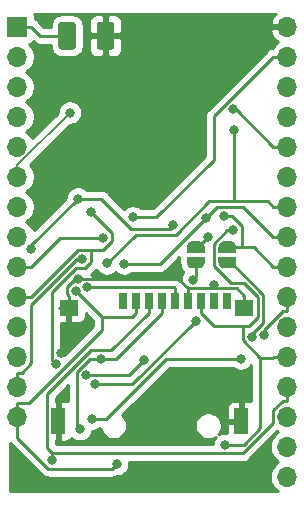
<source format=gbl>
G04 #@! TF.GenerationSoftware,KiCad,Pcbnew,(5.1.10)-1*
G04 #@! TF.CreationDate,2021-11-12T09:01:22+01:00*
G04 #@! TF.ProjectId,esp32,65737033-322e-46b6-9963-61645f706362,rev?*
G04 #@! TF.SameCoordinates,Original*
G04 #@! TF.FileFunction,Copper,L2,Bot*
G04 #@! TF.FilePolarity,Positive*
%FSLAX46Y46*%
G04 Gerber Fmt 4.6, Leading zero omitted, Abs format (unit mm)*
G04 Created by KiCad (PCBNEW (5.1.10)-1) date 2021-11-12 09:01:22*
%MOMM*%
%LPD*%
G01*
G04 APERTURE LIST*
G04 #@! TA.AperFunction,SMDPad,CuDef*
%ADD10R,1.600000X1.400000*%
G04 #@! TD*
G04 #@! TA.AperFunction,SMDPad,CuDef*
%ADD11R,1.200000X2.200000*%
G04 #@! TD*
G04 #@! TA.AperFunction,SMDPad,CuDef*
%ADD12R,0.700000X1.400000*%
G04 #@! TD*
G04 #@! TA.AperFunction,ComponentPad*
%ADD13R,1.700000X1.700000*%
G04 #@! TD*
G04 #@! TA.AperFunction,ComponentPad*
%ADD14O,1.700000X1.700000*%
G04 #@! TD*
G04 #@! TA.AperFunction,SMDPad,CuDef*
%ADD15C,0.100000*%
G04 #@! TD*
G04 #@! TA.AperFunction,ViaPad*
%ADD16C,0.800000*%
G04 #@! TD*
G04 #@! TA.AperFunction,Conductor*
%ADD17C,0.200000*%
G04 #@! TD*
G04 #@! TA.AperFunction,Conductor*
%ADD18C,0.250000*%
G04 #@! TD*
G04 #@! TA.AperFunction,Conductor*
%ADD19C,0.254000*%
G04 #@! TD*
G04 #@! TA.AperFunction,Conductor*
%ADD20C,0.100000*%
G04 #@! TD*
G04 APERTURE END LIST*
D10*
X105565000Y-89822000D03*
D11*
X105315000Y-99422000D03*
X89815000Y-99422000D03*
D10*
X90715000Y-89822000D03*
D12*
X104115000Y-89222000D03*
X103015000Y-89222000D03*
X101915000Y-89222000D03*
X100815000Y-89222000D03*
X99715000Y-89222000D03*
X98615000Y-89222000D03*
X97515000Y-89222000D03*
X96415000Y-89222000D03*
X95315000Y-89222000D03*
D13*
X86360000Y-66040000D03*
D14*
X86360000Y-68580000D03*
X86360000Y-71120000D03*
X86360000Y-73660000D03*
X86360000Y-76200000D03*
X86360000Y-78740000D03*
X86360000Y-81280000D03*
X86360000Y-83820000D03*
X86360000Y-86360000D03*
X86360000Y-88900000D03*
X86360000Y-91440000D03*
X86360000Y-93980000D03*
X86360000Y-96520000D03*
X86360000Y-99060000D03*
X109220000Y-104140000D03*
X109220000Y-101600000D03*
X109220000Y-99060000D03*
X109220000Y-96520000D03*
X109220000Y-93980000D03*
X109220000Y-91440000D03*
X109220000Y-88900000D03*
X109220000Y-86360000D03*
X109220000Y-83820000D03*
X109220000Y-81280000D03*
X109220000Y-78740000D03*
X109220000Y-76200000D03*
X109220000Y-73660000D03*
X109220000Y-71120000D03*
X109220000Y-68580000D03*
X109220000Y-66040000D03*
G04 #@! TA.AperFunction,SMDPad,CuDef*
D15*
G36*
X103390602Y-84694000D02*
G01*
X103390602Y-84669466D01*
X103395412Y-84620635D01*
X103404984Y-84572510D01*
X103419228Y-84525555D01*
X103438005Y-84480222D01*
X103461136Y-84436949D01*
X103488396Y-84396150D01*
X103519524Y-84358221D01*
X103554221Y-84323524D01*
X103592150Y-84292396D01*
X103632949Y-84265136D01*
X103676222Y-84242005D01*
X103721555Y-84223228D01*
X103768510Y-84208984D01*
X103816635Y-84199412D01*
X103865466Y-84194602D01*
X103890000Y-84194602D01*
X103890000Y-84194000D01*
X104390000Y-84194000D01*
X104390000Y-84194602D01*
X104414534Y-84194602D01*
X104463365Y-84199412D01*
X104511490Y-84208984D01*
X104558445Y-84223228D01*
X104603778Y-84242005D01*
X104647051Y-84265136D01*
X104687850Y-84292396D01*
X104725779Y-84323524D01*
X104760476Y-84358221D01*
X104791604Y-84396150D01*
X104818864Y-84436949D01*
X104841995Y-84480222D01*
X104860772Y-84525555D01*
X104875016Y-84572510D01*
X104884588Y-84620635D01*
X104889398Y-84669466D01*
X104889398Y-84694000D01*
X104890000Y-84694000D01*
X104890000Y-85194000D01*
X103390000Y-85194000D01*
X103390000Y-84694000D01*
X103390602Y-84694000D01*
G37*
G04 #@! TD.AperFunction*
G04 #@! TA.AperFunction,SMDPad,CuDef*
G36*
X104890000Y-85494000D02*
G01*
X104890000Y-85994000D01*
X104889398Y-85994000D01*
X104889398Y-86018534D01*
X104884588Y-86067365D01*
X104875016Y-86115490D01*
X104860772Y-86162445D01*
X104841995Y-86207778D01*
X104818864Y-86251051D01*
X104791604Y-86291850D01*
X104760476Y-86329779D01*
X104725779Y-86364476D01*
X104687850Y-86395604D01*
X104647051Y-86422864D01*
X104603778Y-86445995D01*
X104558445Y-86464772D01*
X104511490Y-86479016D01*
X104463365Y-86488588D01*
X104414534Y-86493398D01*
X104390000Y-86493398D01*
X104390000Y-86494000D01*
X103890000Y-86494000D01*
X103890000Y-86493398D01*
X103865466Y-86493398D01*
X103816635Y-86488588D01*
X103768510Y-86479016D01*
X103721555Y-86464772D01*
X103676222Y-86445995D01*
X103632949Y-86422864D01*
X103592150Y-86395604D01*
X103554221Y-86364476D01*
X103519524Y-86329779D01*
X103488396Y-86291850D01*
X103461136Y-86251051D01*
X103438005Y-86207778D01*
X103419228Y-86162445D01*
X103404984Y-86115490D01*
X103395412Y-86067365D01*
X103390602Y-86018534D01*
X103390602Y-85994000D01*
X103390000Y-85994000D01*
X103390000Y-85494000D01*
X104890000Y-85494000D01*
G37*
G04 #@! TD.AperFunction*
G04 #@! TA.AperFunction,SMDPad,CuDef*
G36*
X102223000Y-85494000D02*
G01*
X102223000Y-85994000D01*
X102222398Y-85994000D01*
X102222398Y-86018534D01*
X102217588Y-86067365D01*
X102208016Y-86115490D01*
X102193772Y-86162445D01*
X102174995Y-86207778D01*
X102151864Y-86251051D01*
X102124604Y-86291850D01*
X102093476Y-86329779D01*
X102058779Y-86364476D01*
X102020850Y-86395604D01*
X101980051Y-86422864D01*
X101936778Y-86445995D01*
X101891445Y-86464772D01*
X101844490Y-86479016D01*
X101796365Y-86488588D01*
X101747534Y-86493398D01*
X101723000Y-86493398D01*
X101723000Y-86494000D01*
X101223000Y-86494000D01*
X101223000Y-86493398D01*
X101198466Y-86493398D01*
X101149635Y-86488588D01*
X101101510Y-86479016D01*
X101054555Y-86464772D01*
X101009222Y-86445995D01*
X100965949Y-86422864D01*
X100925150Y-86395604D01*
X100887221Y-86364476D01*
X100852524Y-86329779D01*
X100821396Y-86291850D01*
X100794136Y-86251051D01*
X100771005Y-86207778D01*
X100752228Y-86162445D01*
X100737984Y-86115490D01*
X100728412Y-86067365D01*
X100723602Y-86018534D01*
X100723602Y-85994000D01*
X100723000Y-85994000D01*
X100723000Y-85494000D01*
X102223000Y-85494000D01*
G37*
G04 #@! TD.AperFunction*
G04 #@! TA.AperFunction,SMDPad,CuDef*
G36*
X100723602Y-84694000D02*
G01*
X100723602Y-84669466D01*
X100728412Y-84620635D01*
X100737984Y-84572510D01*
X100752228Y-84525555D01*
X100771005Y-84480222D01*
X100794136Y-84436949D01*
X100821396Y-84396150D01*
X100852524Y-84358221D01*
X100887221Y-84323524D01*
X100925150Y-84292396D01*
X100965949Y-84265136D01*
X101009222Y-84242005D01*
X101054555Y-84223228D01*
X101101510Y-84208984D01*
X101149635Y-84199412D01*
X101198466Y-84194602D01*
X101223000Y-84194602D01*
X101223000Y-84194000D01*
X101723000Y-84194000D01*
X101723000Y-84194602D01*
X101747534Y-84194602D01*
X101796365Y-84199412D01*
X101844490Y-84208984D01*
X101891445Y-84223228D01*
X101936778Y-84242005D01*
X101980051Y-84265136D01*
X102020850Y-84292396D01*
X102058779Y-84323524D01*
X102093476Y-84358221D01*
X102124604Y-84396150D01*
X102151864Y-84436949D01*
X102174995Y-84480222D01*
X102193772Y-84525555D01*
X102208016Y-84572510D01*
X102217588Y-84620635D01*
X102222398Y-84669466D01*
X102222398Y-84694000D01*
X102223000Y-84694000D01*
X102223000Y-85194000D01*
X100723000Y-85194000D01*
X100723000Y-84694000D01*
X100723602Y-84694000D01*
G37*
G04 #@! TD.AperFunction*
G04 #@! TA.AperFunction,SMDPad,CuDef*
G36*
G01*
X89827000Y-67727000D02*
X89827000Y-65877000D01*
G75*
G02*
X90077000Y-65627000I250000J0D01*
G01*
X91077000Y-65627000D01*
G75*
G02*
X91327000Y-65877000I0J-250000D01*
G01*
X91327000Y-67727000D01*
G75*
G02*
X91077000Y-67977000I-250000J0D01*
G01*
X90077000Y-67977000D01*
G75*
G02*
X89827000Y-67727000I0J250000D01*
G01*
G37*
G04 #@! TD.AperFunction*
G04 #@! TA.AperFunction,SMDPad,CuDef*
G36*
G01*
X93077000Y-67727000D02*
X93077000Y-65877000D01*
G75*
G02*
X93327000Y-65627000I250000J0D01*
G01*
X94327000Y-65627000D01*
G75*
G02*
X94577000Y-65877000I0J-250000D01*
G01*
X94577000Y-67727000D01*
G75*
G02*
X94327000Y-67977000I-250000J0D01*
G01*
X93327000Y-67977000D01*
G75*
G02*
X93077000Y-67727000I0J250000D01*
G01*
G37*
G04 #@! TD.AperFunction*
D16*
X90801100Y-73313400D03*
X91816400Y-85731600D03*
X91672700Y-100114200D03*
X93407500Y-94154000D03*
X100965000Y-103759000D03*
X91483100Y-87355800D03*
X90092000Y-93657300D03*
X103012800Y-87910600D03*
X98625000Y-71982500D03*
X97707500Y-74735000D03*
X96790000Y-73817500D03*
X97707500Y-72900000D03*
X97707500Y-71065000D03*
X96790000Y-71982500D03*
X95872500Y-74735000D03*
X95872500Y-72900000D03*
X95872500Y-71065000D03*
X94955000Y-73817500D03*
X94955000Y-71982500D03*
X98625000Y-73817500D03*
X99255100Y-97696000D03*
X91186000Y-105029000D03*
X96520000Y-99568000D03*
X92303600Y-88083000D03*
X103946000Y-101428200D03*
X104661500Y-83272600D03*
X89326000Y-102699600D03*
X94816100Y-103049900D03*
X91301100Y-88385900D03*
X93635200Y-83885800D03*
X89603800Y-94588200D03*
X92623100Y-81705500D03*
X102300900Y-82269600D03*
X95414600Y-86096600D03*
X93936700Y-86075600D03*
X104683000Y-74822700D03*
X96139000Y-82169000D03*
X97122900Y-94243300D03*
X92217400Y-95563800D03*
X104659600Y-73033000D03*
X107223700Y-92175300D03*
X102475800Y-83861700D03*
X103824100Y-82035700D03*
X106203700Y-92286800D03*
X92704600Y-99207300D03*
X105283000Y-94138800D03*
X92909700Y-96317400D03*
X101218100Y-87459600D03*
X101473000Y-90932000D03*
X99564400Y-82821500D03*
X87553100Y-84893100D03*
X91496900Y-80590400D03*
D17*
X90801100Y-73313400D02*
X86449500Y-77665000D01*
X86449500Y-77665000D02*
X86360000Y-77665000D01*
X86360000Y-78740000D02*
X86360000Y-77665000D01*
D18*
X86360000Y-95344700D02*
X86727400Y-95344700D01*
X86727400Y-95344700D02*
X87535300Y-94536800D01*
X87535300Y-94536800D02*
X87535300Y-89635900D01*
X87535300Y-89635900D02*
X91439600Y-85731600D01*
X91439600Y-85731600D02*
X91816400Y-85731600D01*
X86360000Y-96520000D02*
X86360000Y-95344700D01*
X93407500Y-94154000D02*
X92542900Y-94154000D01*
X92542900Y-94154000D02*
X91443800Y-95253100D01*
X91443800Y-95253100D02*
X91443800Y-99885300D01*
X91443800Y-99885300D02*
X91672700Y-100114200D01*
X98615000Y-90247300D02*
X94708300Y-94154000D01*
X94708300Y-94154000D02*
X93407500Y-94154000D01*
X98615000Y-89222000D02*
X98615000Y-90247300D01*
X86360000Y-66040000D02*
X87535300Y-66040000D01*
X90577000Y-66802000D02*
X88297300Y-66802000D01*
X88297300Y-66802000D02*
X87535300Y-66040000D01*
X103012800Y-88196700D02*
X103012800Y-87910600D01*
X103012800Y-88196700D02*
X100815000Y-88196700D01*
X105565000Y-88796700D02*
X104965000Y-88196700D01*
X104965000Y-88196700D02*
X103012800Y-88196700D01*
X89815000Y-99422000D02*
X89815000Y-100847300D01*
X100815000Y-88196700D02*
X99974100Y-87355800D01*
X99974100Y-87355800D02*
X91483100Y-87355800D01*
X90275900Y-93473400D02*
X90092000Y-93657300D01*
X90275900Y-89822000D02*
X89903600Y-89822000D01*
X90715000Y-89822000D02*
X90275900Y-89822000D01*
X105315000Y-99422000D02*
X104300200Y-99422000D01*
X104300200Y-99422000D02*
X103732200Y-99990000D01*
X105565000Y-89822000D02*
X105565000Y-88796700D01*
X100815000Y-89222000D02*
X100815000Y-88196700D01*
X109220000Y-66040000D02*
X108044700Y-66040000D01*
X93827000Y-66802000D02*
X107282700Y-66802000D01*
X107282700Y-66802000D02*
X108044700Y-66040000D01*
X91258198Y-87355800D02*
X91483100Y-87355800D01*
X90551000Y-88062998D02*
X91258198Y-87355800D01*
X90551000Y-88708000D02*
X90551000Y-88062998D01*
X90715000Y-88872000D02*
X90551000Y-88708000D01*
X90715000Y-89822000D02*
X90715000Y-88872000D01*
X99715000Y-88196700D02*
X99601300Y-88083000D01*
X99601300Y-88083000D02*
X92303600Y-88083000D01*
X99715000Y-89222000D02*
X99715000Y-88196700D01*
X105444600Y-91386600D02*
X105444600Y-92564600D01*
X105444600Y-92564600D02*
X106932200Y-94052200D01*
X105444600Y-91386600D02*
X105970600Y-91386600D01*
X105970600Y-91386600D02*
X106728000Y-90629200D01*
X106728000Y-90629200D02*
X106728000Y-88955100D01*
X106728000Y-88955100D02*
X105519200Y-87746300D01*
X105519200Y-87746300D02*
X104442100Y-87746300D01*
X104442100Y-87746300D02*
X103013500Y-86317700D01*
X103013500Y-86317700D02*
X103013500Y-84398100D01*
X103013500Y-84398100D02*
X104139000Y-83272600D01*
X104139000Y-83272600D02*
X104661500Y-83272600D01*
X108044700Y-93980000D02*
X107972500Y-94052200D01*
X107972500Y-94052200D02*
X106932200Y-94052200D01*
X103946000Y-101428200D02*
X105538700Y-101428200D01*
X105538700Y-101428200D02*
X106932200Y-100034700D01*
X106932200Y-100034700D02*
X106932200Y-94052200D01*
X105444600Y-91386600D02*
X103054300Y-91386600D01*
X103054300Y-91386600D02*
X101915000Y-90247300D01*
X109220000Y-93980000D02*
X108044700Y-93980000D01*
X101915000Y-89222000D02*
X101915000Y-90247300D01*
X97515000Y-90247300D02*
X94333600Y-93428700D01*
X94333600Y-93428700D02*
X92579200Y-93428700D01*
X92579200Y-93428700D02*
X88868900Y-97139000D01*
X88868900Y-97139000D02*
X88868900Y-101696400D01*
X88868900Y-101696400D02*
X89326000Y-102153500D01*
X89326000Y-102699600D02*
X89326000Y-102153500D01*
X89326000Y-102153500D02*
X105450300Y-102153500D01*
X105450300Y-102153500D02*
X108044700Y-99559100D01*
X108044700Y-99559100D02*
X108044700Y-98503200D01*
X108044700Y-98503200D02*
X108852600Y-97695300D01*
X108852600Y-97695300D02*
X109220000Y-97695300D01*
X109220000Y-96520000D02*
X109220000Y-97695300D01*
X97515000Y-89222000D02*
X97515000Y-90247300D01*
X94816100Y-103049900D02*
X94418800Y-103447200D01*
X94418800Y-103447200D02*
X88984400Y-103447200D01*
X88984400Y-103447200D02*
X86360000Y-100822800D01*
X86360000Y-100822800D02*
X86360000Y-99060000D01*
X93545400Y-90630200D02*
X93545400Y-91684800D01*
X93545400Y-91684800D02*
X87345500Y-97884700D01*
X87345500Y-97884700D02*
X86360000Y-97884700D01*
X91301100Y-88385900D02*
X93545400Y-90630200D01*
X93545400Y-90630200D02*
X96032100Y-90630200D01*
X96032100Y-90630200D02*
X96415000Y-90247300D01*
X96415000Y-89222000D02*
X96415000Y-90247300D01*
X86360000Y-99060000D02*
X86360000Y-97884700D01*
X86360000Y-86360000D02*
X87535300Y-86360000D01*
X93635200Y-83885800D02*
X90009500Y-83885800D01*
X90009500Y-83885800D02*
X87535300Y-86360000D01*
X92581900Y-84964800D02*
X92581900Y-85991900D01*
X92581900Y-85991900D02*
X92116900Y-86456900D01*
X92116900Y-86456900D02*
X91352800Y-86456900D01*
X91352800Y-86456900D02*
X89339200Y-88470500D01*
X89339200Y-88470500D02*
X89339200Y-94323600D01*
X89339200Y-94323600D02*
X89603800Y-94588200D01*
X92581900Y-84964800D02*
X93586200Y-84964800D01*
X93586200Y-84964800D02*
X94399700Y-84151300D01*
X94399700Y-84151300D02*
X94399700Y-83482100D01*
X94399700Y-83482100D02*
X92623100Y-81705500D01*
X87535300Y-88900000D02*
X91470500Y-84964800D01*
X91470500Y-84964800D02*
X92581900Y-84964800D01*
X86360000Y-88900000D02*
X87535300Y-88900000D01*
X102300900Y-82269600D02*
X103290700Y-81279800D01*
X103290700Y-81279800D02*
X105504500Y-81279800D01*
X105504500Y-81279800D02*
X108044700Y-83820000D01*
X95414600Y-86096600D02*
X98473900Y-86096600D01*
X98473900Y-86096600D02*
X102300900Y-82269600D01*
X109220000Y-83820000D02*
X108044700Y-83820000D01*
X104683000Y-80829400D02*
X104683000Y-74822700D01*
X108044700Y-81280000D02*
X107594100Y-80829400D01*
X107594100Y-80829400D02*
X104683000Y-80829400D01*
X93936700Y-86075600D02*
X96368500Y-83643800D01*
X96368500Y-83643800D02*
X99804300Y-83643800D01*
X99804300Y-83643800D02*
X102618700Y-80829400D01*
X102618700Y-80829400D02*
X104683000Y-80829400D01*
X109220000Y-81280000D02*
X108044700Y-81280000D01*
X108044700Y-68580000D02*
X109220000Y-68580000D01*
X103012800Y-73611900D02*
X108044700Y-68580000D01*
X103012800Y-77278836D02*
X103012800Y-73611900D01*
X98122636Y-82169000D02*
X103012800Y-77278836D01*
X96139000Y-82169000D02*
X98122636Y-82169000D01*
X97122900Y-94243300D02*
X95802400Y-95563800D01*
X95802400Y-95563800D02*
X92217400Y-95563800D01*
X108044700Y-76200000D02*
X104877700Y-73033000D01*
X104877700Y-73033000D02*
X104659600Y-73033000D01*
X109220000Y-76200000D02*
X108044700Y-76200000D01*
X109220000Y-90075300D02*
X108852600Y-90075300D01*
X108852600Y-90075300D02*
X107223700Y-91704200D01*
X107223700Y-91704200D02*
X107223700Y-92175300D01*
X101473000Y-84694000D02*
X101643500Y-84694000D01*
X101643500Y-84694000D02*
X102475800Y-83861700D01*
X109220000Y-88900000D02*
X109220000Y-90075300D01*
X105398500Y-84694000D02*
X106378700Y-84694000D01*
X106378700Y-84694000D02*
X108044700Y-86360000D01*
X104140000Y-84694000D02*
X105398500Y-84694000D01*
X103824100Y-82035700D02*
X104530000Y-82035700D01*
X104530000Y-82035700D02*
X105398500Y-82904200D01*
X105398500Y-82904200D02*
X105398500Y-84694000D01*
X109220000Y-86360000D02*
X108044700Y-86360000D01*
X106203700Y-92286800D02*
X106203700Y-92087300D01*
X106203700Y-92087300D02*
X107183100Y-91107900D01*
X107183100Y-91107900D02*
X107183100Y-88745900D01*
X107183100Y-88745900D02*
X104431200Y-85994000D01*
X104431200Y-85994000D02*
X104140000Y-85994000D01*
X92704600Y-99207300D02*
X93887200Y-99207300D01*
X93887200Y-99207300D02*
X98955700Y-94138800D01*
X98955700Y-94138800D02*
X105283000Y-94138800D01*
X101473000Y-90932000D02*
X96087600Y-96317400D01*
X96087600Y-96317400D02*
X92909700Y-96317400D01*
X101473000Y-85994000D02*
X101473000Y-87204700D01*
X101473000Y-87204700D02*
X101218100Y-87459600D01*
X87553100Y-84893100D02*
X87553100Y-84534200D01*
X87553100Y-84534200D02*
X91496900Y-80590400D01*
X99258890Y-83127010D02*
X99564400Y-82821500D01*
X96024008Y-83127010D02*
X99258890Y-83127010D01*
X93487398Y-80590400D02*
X96024008Y-83127010D01*
X91496900Y-80590400D02*
X93487398Y-80590400D01*
D19*
X108447760Y-100330000D02*
X108273368Y-100446525D01*
X108066525Y-100653368D01*
X107904010Y-100896589D01*
X107792068Y-101166842D01*
X107735000Y-101453740D01*
X107735000Y-101746260D01*
X107792068Y-102033158D01*
X107904010Y-102303411D01*
X108066525Y-102546632D01*
X108273368Y-102753475D01*
X108447760Y-102870000D01*
X108273368Y-102986525D01*
X108066525Y-103193368D01*
X107904010Y-103436589D01*
X107792068Y-103706842D01*
X107735000Y-103993740D01*
X107735000Y-104286260D01*
X107792068Y-104573158D01*
X107904010Y-104843411D01*
X108066525Y-105086632D01*
X108273368Y-105293475D01*
X108410345Y-105385000D01*
X85750000Y-105385000D01*
X85750000Y-101277507D01*
X85751402Y-101279215D01*
X85819999Y-101362801D01*
X85849003Y-101386604D01*
X88420601Y-103958203D01*
X88444399Y-103987201D01*
X88473397Y-104010999D01*
X88560123Y-104082174D01*
X88692153Y-104152746D01*
X88835414Y-104196203D01*
X88947067Y-104207200D01*
X88947076Y-104207200D01*
X88984399Y-104210876D01*
X89021722Y-104207200D01*
X94381478Y-104207200D01*
X94418800Y-104210876D01*
X94456122Y-104207200D01*
X94456133Y-104207200D01*
X94567786Y-104196203D01*
X94711047Y-104152746D01*
X94837976Y-104084900D01*
X94918039Y-104084900D01*
X95117998Y-104045126D01*
X95306356Y-103967105D01*
X95475874Y-103853837D01*
X95620037Y-103709674D01*
X95733305Y-103540156D01*
X95811326Y-103351798D01*
X95851100Y-103151839D01*
X95851100Y-102947961D01*
X95844245Y-102913500D01*
X105412978Y-102913500D01*
X105450300Y-102917176D01*
X105487622Y-102913500D01*
X105487633Y-102913500D01*
X105599286Y-102902503D01*
X105742547Y-102859046D01*
X105874576Y-102788474D01*
X105990301Y-102693501D01*
X106014104Y-102664497D01*
X108388319Y-100290283D01*
X108447760Y-100330000D01*
G04 #@! TA.AperFunction,Conductor*
D20*
G36*
X108447760Y-100330000D02*
G01*
X108273368Y-100446525D01*
X108066525Y-100653368D01*
X107904010Y-100896589D01*
X107792068Y-101166842D01*
X107735000Y-101453740D01*
X107735000Y-101746260D01*
X107792068Y-102033158D01*
X107904010Y-102303411D01*
X108066525Y-102546632D01*
X108273368Y-102753475D01*
X108447760Y-102870000D01*
X108273368Y-102986525D01*
X108066525Y-103193368D01*
X107904010Y-103436589D01*
X107792068Y-103706842D01*
X107735000Y-103993740D01*
X107735000Y-104286260D01*
X107792068Y-104573158D01*
X107904010Y-104843411D01*
X108066525Y-105086632D01*
X108273368Y-105293475D01*
X108410345Y-105385000D01*
X85750000Y-105385000D01*
X85750000Y-101277507D01*
X85751402Y-101279215D01*
X85819999Y-101362801D01*
X85849003Y-101386604D01*
X88420601Y-103958203D01*
X88444399Y-103987201D01*
X88473397Y-104010999D01*
X88560123Y-104082174D01*
X88692153Y-104152746D01*
X88835414Y-104196203D01*
X88947067Y-104207200D01*
X88947076Y-104207200D01*
X88984399Y-104210876D01*
X89021722Y-104207200D01*
X94381478Y-104207200D01*
X94418800Y-104210876D01*
X94456122Y-104207200D01*
X94456133Y-104207200D01*
X94567786Y-104196203D01*
X94711047Y-104152746D01*
X94837976Y-104084900D01*
X94918039Y-104084900D01*
X95117998Y-104045126D01*
X95306356Y-103967105D01*
X95475874Y-103853837D01*
X95620037Y-103709674D01*
X95733305Y-103540156D01*
X95811326Y-103351798D01*
X95851100Y-103151839D01*
X95851100Y-102947961D01*
X95844245Y-102913500D01*
X105412978Y-102913500D01*
X105450300Y-102917176D01*
X105487622Y-102913500D01*
X105487633Y-102913500D01*
X105599286Y-102902503D01*
X105742547Y-102859046D01*
X105874576Y-102788474D01*
X105990301Y-102693501D01*
X106014104Y-102664497D01*
X108388319Y-100290283D01*
X108447760Y-100330000D01*
G37*
G04 #@! TD.AperFunction*
D19*
X106172200Y-97739458D02*
X106159180Y-97732498D01*
X106039482Y-97696188D01*
X105915000Y-97683928D01*
X105600750Y-97687000D01*
X105442000Y-97845750D01*
X105442000Y-99295000D01*
X105462000Y-99295000D01*
X105462000Y-99549000D01*
X105442000Y-99549000D01*
X105442000Y-99569000D01*
X105188000Y-99569000D01*
X105188000Y-99549000D01*
X104238750Y-99549000D01*
X104080000Y-99707750D01*
X104077392Y-100399058D01*
X104047939Y-100393200D01*
X103844061Y-100393200D01*
X103644102Y-100432974D01*
X103455744Y-100510995D01*
X103381587Y-100560545D01*
X103396612Y-100545520D01*
X103520824Y-100359624D01*
X103606383Y-100153067D01*
X103650000Y-99933788D01*
X103650000Y-99710212D01*
X103606383Y-99490933D01*
X103520824Y-99284376D01*
X103396612Y-99098480D01*
X103238520Y-98940388D01*
X103052624Y-98816176D01*
X102846067Y-98730617D01*
X102626788Y-98687000D01*
X102403212Y-98687000D01*
X102183933Y-98730617D01*
X101977376Y-98816176D01*
X101791480Y-98940388D01*
X101633388Y-99098480D01*
X101509176Y-99284376D01*
X101423617Y-99490933D01*
X101380000Y-99710212D01*
X101380000Y-99933788D01*
X101423617Y-100153067D01*
X101509176Y-100359624D01*
X101633388Y-100545520D01*
X101791480Y-100703612D01*
X101977376Y-100827824D01*
X102183933Y-100913383D01*
X102403212Y-100957000D01*
X102626788Y-100957000D01*
X102846067Y-100913383D01*
X103052624Y-100827824D01*
X103143158Y-100767331D01*
X103142063Y-100768426D01*
X103028795Y-100937944D01*
X102950774Y-101126302D01*
X102911000Y-101326261D01*
X102911000Y-101393500D01*
X89640801Y-101393500D01*
X89628900Y-101381599D01*
X89628900Y-101057350D01*
X89688000Y-100998250D01*
X89688000Y-99549000D01*
X89668000Y-99549000D01*
X89668000Y-99295000D01*
X89688000Y-99295000D01*
X89688000Y-97845750D01*
X89628900Y-97786650D01*
X89628900Y-97453801D01*
X90683800Y-96398901D01*
X90683801Y-97745658D01*
X90659180Y-97732498D01*
X90539482Y-97696188D01*
X90415000Y-97683928D01*
X90100750Y-97687000D01*
X89942000Y-97845750D01*
X89942000Y-99295000D01*
X89962000Y-99295000D01*
X89962000Y-99549000D01*
X89942000Y-99549000D01*
X89942000Y-100998250D01*
X90100750Y-101157000D01*
X90415000Y-101160072D01*
X90539482Y-101147812D01*
X90659180Y-101111502D01*
X90769494Y-101052537D01*
X90866185Y-100973185D01*
X90945537Y-100876494D01*
X90954505Y-100859716D01*
X91012926Y-100918137D01*
X91182444Y-101031405D01*
X91370802Y-101109426D01*
X91570761Y-101149200D01*
X91774639Y-101149200D01*
X91974598Y-101109426D01*
X92162956Y-101031405D01*
X92332474Y-100918137D01*
X92476637Y-100773974D01*
X92589905Y-100604456D01*
X92667926Y-100416098D01*
X92702496Y-100242300D01*
X92806539Y-100242300D01*
X93006498Y-100202526D01*
X93194856Y-100124505D01*
X93364374Y-100011237D01*
X93390257Y-99985354D01*
X93423617Y-100153067D01*
X93509176Y-100359624D01*
X93633388Y-100545520D01*
X93791480Y-100703612D01*
X93977376Y-100827824D01*
X94183933Y-100913383D01*
X94403212Y-100957000D01*
X94626788Y-100957000D01*
X94846067Y-100913383D01*
X95052624Y-100827824D01*
X95238520Y-100703612D01*
X95396612Y-100545520D01*
X95520824Y-100359624D01*
X95606383Y-100153067D01*
X95650000Y-99933788D01*
X95650000Y-99710212D01*
X95606383Y-99490933D01*
X95520824Y-99284376D01*
X95396612Y-99098480D01*
X95238520Y-98940388D01*
X95232761Y-98936540D01*
X95847301Y-98322000D01*
X104076928Y-98322000D01*
X104080000Y-99136250D01*
X104238750Y-99295000D01*
X105188000Y-99295000D01*
X105188000Y-97845750D01*
X105029250Y-97687000D01*
X104715000Y-97683928D01*
X104590518Y-97696188D01*
X104470820Y-97732498D01*
X104360506Y-97791463D01*
X104263815Y-97870815D01*
X104184463Y-97967506D01*
X104125498Y-98077820D01*
X104089188Y-98197518D01*
X104076928Y-98322000D01*
X95847301Y-98322000D01*
X99270503Y-94898800D01*
X104579289Y-94898800D01*
X104623226Y-94942737D01*
X104792744Y-95056005D01*
X104981102Y-95134026D01*
X105181061Y-95173800D01*
X105384939Y-95173800D01*
X105584898Y-95134026D01*
X105773256Y-95056005D01*
X105942774Y-94942737D01*
X106086937Y-94798574D01*
X106172201Y-94670967D01*
X106172200Y-97739458D01*
G04 #@! TA.AperFunction,Conductor*
D20*
G36*
X106172200Y-97739458D02*
G01*
X106159180Y-97732498D01*
X106039482Y-97696188D01*
X105915000Y-97683928D01*
X105600750Y-97687000D01*
X105442000Y-97845750D01*
X105442000Y-99295000D01*
X105462000Y-99295000D01*
X105462000Y-99549000D01*
X105442000Y-99549000D01*
X105442000Y-99569000D01*
X105188000Y-99569000D01*
X105188000Y-99549000D01*
X104238750Y-99549000D01*
X104080000Y-99707750D01*
X104077392Y-100399058D01*
X104047939Y-100393200D01*
X103844061Y-100393200D01*
X103644102Y-100432974D01*
X103455744Y-100510995D01*
X103381587Y-100560545D01*
X103396612Y-100545520D01*
X103520824Y-100359624D01*
X103606383Y-100153067D01*
X103650000Y-99933788D01*
X103650000Y-99710212D01*
X103606383Y-99490933D01*
X103520824Y-99284376D01*
X103396612Y-99098480D01*
X103238520Y-98940388D01*
X103052624Y-98816176D01*
X102846067Y-98730617D01*
X102626788Y-98687000D01*
X102403212Y-98687000D01*
X102183933Y-98730617D01*
X101977376Y-98816176D01*
X101791480Y-98940388D01*
X101633388Y-99098480D01*
X101509176Y-99284376D01*
X101423617Y-99490933D01*
X101380000Y-99710212D01*
X101380000Y-99933788D01*
X101423617Y-100153067D01*
X101509176Y-100359624D01*
X101633388Y-100545520D01*
X101791480Y-100703612D01*
X101977376Y-100827824D01*
X102183933Y-100913383D01*
X102403212Y-100957000D01*
X102626788Y-100957000D01*
X102846067Y-100913383D01*
X103052624Y-100827824D01*
X103143158Y-100767331D01*
X103142063Y-100768426D01*
X103028795Y-100937944D01*
X102950774Y-101126302D01*
X102911000Y-101326261D01*
X102911000Y-101393500D01*
X89640801Y-101393500D01*
X89628900Y-101381599D01*
X89628900Y-101057350D01*
X89688000Y-100998250D01*
X89688000Y-99549000D01*
X89668000Y-99549000D01*
X89668000Y-99295000D01*
X89688000Y-99295000D01*
X89688000Y-97845750D01*
X89628900Y-97786650D01*
X89628900Y-97453801D01*
X90683800Y-96398901D01*
X90683801Y-97745658D01*
X90659180Y-97732498D01*
X90539482Y-97696188D01*
X90415000Y-97683928D01*
X90100750Y-97687000D01*
X89942000Y-97845750D01*
X89942000Y-99295000D01*
X89962000Y-99295000D01*
X89962000Y-99549000D01*
X89942000Y-99549000D01*
X89942000Y-100998250D01*
X90100750Y-101157000D01*
X90415000Y-101160072D01*
X90539482Y-101147812D01*
X90659180Y-101111502D01*
X90769494Y-101052537D01*
X90866185Y-100973185D01*
X90945537Y-100876494D01*
X90954505Y-100859716D01*
X91012926Y-100918137D01*
X91182444Y-101031405D01*
X91370802Y-101109426D01*
X91570761Y-101149200D01*
X91774639Y-101149200D01*
X91974598Y-101109426D01*
X92162956Y-101031405D01*
X92332474Y-100918137D01*
X92476637Y-100773974D01*
X92589905Y-100604456D01*
X92667926Y-100416098D01*
X92702496Y-100242300D01*
X92806539Y-100242300D01*
X93006498Y-100202526D01*
X93194856Y-100124505D01*
X93364374Y-100011237D01*
X93390257Y-99985354D01*
X93423617Y-100153067D01*
X93509176Y-100359624D01*
X93633388Y-100545520D01*
X93791480Y-100703612D01*
X93977376Y-100827824D01*
X94183933Y-100913383D01*
X94403212Y-100957000D01*
X94626788Y-100957000D01*
X94846067Y-100913383D01*
X95052624Y-100827824D01*
X95238520Y-100703612D01*
X95396612Y-100545520D01*
X95520824Y-100359624D01*
X95606383Y-100153067D01*
X95650000Y-99933788D01*
X95650000Y-99710212D01*
X95606383Y-99490933D01*
X95520824Y-99284376D01*
X95396612Y-99098480D01*
X95238520Y-98940388D01*
X95232761Y-98936540D01*
X95847301Y-98322000D01*
X104076928Y-98322000D01*
X104080000Y-99136250D01*
X104238750Y-99295000D01*
X105188000Y-99295000D01*
X105188000Y-97845750D01*
X105029250Y-97687000D01*
X104715000Y-97683928D01*
X104590518Y-97696188D01*
X104470820Y-97732498D01*
X104360506Y-97791463D01*
X104263815Y-97870815D01*
X104184463Y-97967506D01*
X104125498Y-98077820D01*
X104089188Y-98197518D01*
X104076928Y-98322000D01*
X95847301Y-98322000D01*
X99270503Y-94898800D01*
X104579289Y-94898800D01*
X104623226Y-94942737D01*
X104792744Y-95056005D01*
X104981102Y-95134026D01*
X105181061Y-95173800D01*
X105384939Y-95173800D01*
X105584898Y-95134026D01*
X105773256Y-95056005D01*
X105942774Y-94942737D01*
X106086937Y-94798574D01*
X106172201Y-94670967D01*
X106172200Y-97739458D01*
G37*
G04 #@! TD.AperFunction*
D19*
X90842000Y-89695000D02*
X90862000Y-89695000D01*
X90862000Y-89949000D01*
X90842000Y-89949000D01*
X90842000Y-90998250D01*
X91000750Y-91157000D01*
X91515000Y-91160072D01*
X91639482Y-91147812D01*
X91759180Y-91111502D01*
X91869494Y-91052537D01*
X91966185Y-90973185D01*
X92045537Y-90876494D01*
X92104502Y-90766180D01*
X92140812Y-90646482D01*
X92153072Y-90522000D01*
X92151508Y-90311110D01*
X92785400Y-90945003D01*
X92785401Y-91369997D01*
X90317355Y-93838044D01*
X90263574Y-93784263D01*
X90099200Y-93674432D01*
X90099200Y-91158972D01*
X90429250Y-91157000D01*
X90588000Y-90998250D01*
X90588000Y-89949000D01*
X90568000Y-89949000D01*
X90568000Y-89695000D01*
X90588000Y-89695000D01*
X90588000Y-89675000D01*
X90842000Y-89675000D01*
X90842000Y-89695000D01*
G04 #@! TA.AperFunction,Conductor*
D20*
G36*
X90842000Y-89695000D02*
G01*
X90862000Y-89695000D01*
X90862000Y-89949000D01*
X90842000Y-89949000D01*
X90842000Y-90998250D01*
X91000750Y-91157000D01*
X91515000Y-91160072D01*
X91639482Y-91147812D01*
X91759180Y-91111502D01*
X91869494Y-91052537D01*
X91966185Y-90973185D01*
X92045537Y-90876494D01*
X92104502Y-90766180D01*
X92140812Y-90646482D01*
X92153072Y-90522000D01*
X92151508Y-90311110D01*
X92785400Y-90945003D01*
X92785401Y-91369997D01*
X90317355Y-93838044D01*
X90263574Y-93784263D01*
X90099200Y-93674432D01*
X90099200Y-91158972D01*
X90429250Y-91157000D01*
X90588000Y-90998250D01*
X90588000Y-89949000D01*
X90568000Y-89949000D01*
X90568000Y-89695000D01*
X90588000Y-89695000D01*
X90588000Y-89675000D01*
X90842000Y-89675000D01*
X90842000Y-89695000D01*
G37*
G04 #@! TD.AperFunction*
D19*
X105692000Y-89695000D02*
X105712000Y-89695000D01*
X105712000Y-89949000D01*
X105692000Y-89949000D01*
X105692000Y-89969000D01*
X105438000Y-89969000D01*
X105438000Y-89949000D01*
X105418000Y-89949000D01*
X105418000Y-89695000D01*
X105438000Y-89695000D01*
X105438000Y-89675000D01*
X105692000Y-89675000D01*
X105692000Y-89695000D01*
G04 #@! TA.AperFunction,Conductor*
D20*
G36*
X105692000Y-89695000D02*
G01*
X105712000Y-89695000D01*
X105712000Y-89949000D01*
X105692000Y-89949000D01*
X105692000Y-89969000D01*
X105438000Y-89969000D01*
X105438000Y-89949000D01*
X105418000Y-89949000D01*
X105418000Y-89695000D01*
X105438000Y-89695000D01*
X105438000Y-89675000D01*
X105692000Y-89675000D01*
X105692000Y-89695000D01*
G37*
G04 #@! TD.AperFunction*
D19*
X100926928Y-89369000D02*
X100703072Y-89369000D01*
X100703072Y-89075000D01*
X100926928Y-89075000D01*
X100926928Y-89369000D01*
G04 #@! TA.AperFunction,Conductor*
D20*
G36*
X100926928Y-89369000D02*
G01*
X100703072Y-89369000D01*
X100703072Y-89075000D01*
X100926928Y-89075000D01*
X100926928Y-89369000D01*
G37*
G04 #@! TD.AperFunction*
D19*
X100084928Y-85994000D02*
X100087336Y-86018450D01*
X100087336Y-86043009D01*
X100099596Y-86167490D01*
X100118718Y-86263623D01*
X100155027Y-86383319D01*
X100192536Y-86473875D01*
X100251502Y-86584192D01*
X100305958Y-86665691D01*
X100385310Y-86762382D01*
X100418459Y-86795531D01*
X100414163Y-86799826D01*
X100300895Y-86969344D01*
X100222874Y-87157702D01*
X100183100Y-87357661D01*
X100183100Y-87561539D01*
X100190167Y-87597066D01*
X100165104Y-87572003D01*
X100141301Y-87542999D01*
X100025576Y-87448026D01*
X99893547Y-87377454D01*
X99750286Y-87333997D01*
X99638633Y-87323000D01*
X99638622Y-87323000D01*
X99601300Y-87319324D01*
X99563978Y-87323000D01*
X93007311Y-87323000D01*
X92963374Y-87279063D01*
X92793856Y-87165795D01*
X92605498Y-87087774D01*
X92557746Y-87078276D01*
X92656901Y-86996901D01*
X92680704Y-86967897D01*
X93044829Y-86603772D01*
X93132763Y-86735374D01*
X93276926Y-86879537D01*
X93446444Y-86992805D01*
X93634802Y-87070826D01*
X93834761Y-87110600D01*
X94038639Y-87110600D01*
X94238598Y-87070826D01*
X94426956Y-86992805D01*
X94596474Y-86879537D01*
X94665150Y-86810861D01*
X94754826Y-86900537D01*
X94924344Y-87013805D01*
X95112702Y-87091826D01*
X95312661Y-87131600D01*
X95516539Y-87131600D01*
X95716498Y-87091826D01*
X95904856Y-87013805D01*
X96074374Y-86900537D01*
X96118311Y-86856600D01*
X98436578Y-86856600D01*
X98473900Y-86860276D01*
X98511222Y-86856600D01*
X98511233Y-86856600D01*
X98622886Y-86845603D01*
X98766147Y-86802146D01*
X98898176Y-86731574D01*
X99013901Y-86636601D01*
X99037704Y-86607597D01*
X100084928Y-85560373D01*
X100084928Y-85994000D01*
G04 #@! TA.AperFunction,Conductor*
D20*
G36*
X100084928Y-85994000D02*
G01*
X100087336Y-86018450D01*
X100087336Y-86043009D01*
X100099596Y-86167490D01*
X100118718Y-86263623D01*
X100155027Y-86383319D01*
X100192536Y-86473875D01*
X100251502Y-86584192D01*
X100305958Y-86665691D01*
X100385310Y-86762382D01*
X100418459Y-86795531D01*
X100414163Y-86799826D01*
X100300895Y-86969344D01*
X100222874Y-87157702D01*
X100183100Y-87357661D01*
X100183100Y-87561539D01*
X100190167Y-87597066D01*
X100165104Y-87572003D01*
X100141301Y-87542999D01*
X100025576Y-87448026D01*
X99893547Y-87377454D01*
X99750286Y-87333997D01*
X99638633Y-87323000D01*
X99638622Y-87323000D01*
X99601300Y-87319324D01*
X99563978Y-87323000D01*
X93007311Y-87323000D01*
X92963374Y-87279063D01*
X92793856Y-87165795D01*
X92605498Y-87087774D01*
X92557746Y-87078276D01*
X92656901Y-86996901D01*
X92680704Y-86967897D01*
X93044829Y-86603772D01*
X93132763Y-86735374D01*
X93276926Y-86879537D01*
X93446444Y-86992805D01*
X93634802Y-87070826D01*
X93834761Y-87110600D01*
X94038639Y-87110600D01*
X94238598Y-87070826D01*
X94426956Y-86992805D01*
X94596474Y-86879537D01*
X94665150Y-86810861D01*
X94754826Y-86900537D01*
X94924344Y-87013805D01*
X95112702Y-87091826D01*
X95312661Y-87131600D01*
X95516539Y-87131600D01*
X95716498Y-87091826D01*
X95904856Y-87013805D01*
X96074374Y-86900537D01*
X96118311Y-86856600D01*
X98436578Y-86856600D01*
X98473900Y-86860276D01*
X98511222Y-86856600D01*
X98511233Y-86856600D01*
X98622886Y-86845603D01*
X98766147Y-86802146D01*
X98898176Y-86731574D01*
X99013901Y-86636601D01*
X99037704Y-86607597D01*
X100084928Y-85560373D01*
X100084928Y-85994000D01*
G37*
G04 #@! TD.AperFunction*
D19*
X91643826Y-87279063D02*
X91543959Y-87378930D01*
X91511941Y-87372562D01*
X91667603Y-87216900D01*
X91736860Y-87216900D01*
X91643826Y-87279063D01*
G04 #@! TA.AperFunction,Conductor*
D20*
G36*
X91643826Y-87279063D02*
G01*
X91543959Y-87378930D01*
X91511941Y-87372562D01*
X91667603Y-87216900D01*
X91736860Y-87216900D01*
X91643826Y-87279063D01*
G37*
G04 #@! TD.AperFunction*
D19*
X108122412Y-65039731D02*
X107948359Y-65273080D01*
X107823175Y-65535901D01*
X107778524Y-65683110D01*
X107899845Y-65913000D01*
X109093000Y-65913000D01*
X109093000Y-65893000D01*
X109347000Y-65893000D01*
X109347000Y-65913000D01*
X109367000Y-65913000D01*
X109367000Y-66167000D01*
X109347000Y-66167000D01*
X109347000Y-66187000D01*
X109093000Y-66187000D01*
X109093000Y-66167000D01*
X107899845Y-66167000D01*
X107778524Y-66396890D01*
X107823175Y-66544099D01*
X107948359Y-66806920D01*
X108122412Y-67040269D01*
X108338645Y-67235178D01*
X108455534Y-67304805D01*
X108273368Y-67426525D01*
X108066525Y-67633368D01*
X107937204Y-67826911D01*
X107895714Y-67830997D01*
X107752453Y-67874454D01*
X107620424Y-67945026D01*
X107504699Y-68039999D01*
X107480901Y-68068997D01*
X102501798Y-73048101D01*
X102472800Y-73071899D01*
X102449002Y-73100897D01*
X102449001Y-73100898D01*
X102377826Y-73187624D01*
X102307254Y-73319654D01*
X102278229Y-73415339D01*
X102265509Y-73457276D01*
X102263798Y-73462915D01*
X102249124Y-73611900D01*
X102252801Y-73649232D01*
X102252800Y-76964034D01*
X97807835Y-81409000D01*
X96842711Y-81409000D01*
X96798774Y-81365063D01*
X96629256Y-81251795D01*
X96440898Y-81173774D01*
X96240939Y-81134000D01*
X96037061Y-81134000D01*
X95837102Y-81173774D01*
X95648744Y-81251795D01*
X95479226Y-81365063D01*
X95408044Y-81436245D01*
X94051202Y-80079403D01*
X94027399Y-80050399D01*
X93911674Y-79955426D01*
X93779645Y-79884854D01*
X93636384Y-79841397D01*
X93524731Y-79830400D01*
X93524720Y-79830400D01*
X93487398Y-79826724D01*
X93450076Y-79830400D01*
X92200611Y-79830400D01*
X92156674Y-79786463D01*
X91987156Y-79673195D01*
X91798798Y-79595174D01*
X91598839Y-79555400D01*
X91394961Y-79555400D01*
X91195002Y-79595174D01*
X91006644Y-79673195D01*
X90837126Y-79786463D01*
X90692963Y-79930626D01*
X90579695Y-80100144D01*
X90501674Y-80288502D01*
X90461900Y-80488461D01*
X90461900Y-80550597D01*
X87740403Y-83272096D01*
X87675990Y-83116589D01*
X87513475Y-82873368D01*
X87306632Y-82666525D01*
X87132240Y-82550000D01*
X87306632Y-82433475D01*
X87513475Y-82226632D01*
X87675990Y-81983411D01*
X87787932Y-81713158D01*
X87845000Y-81426260D01*
X87845000Y-81133740D01*
X87787932Y-80846842D01*
X87675990Y-80576589D01*
X87513475Y-80333368D01*
X87306632Y-80126525D01*
X87132240Y-80010000D01*
X87306632Y-79893475D01*
X87513475Y-79686632D01*
X87675990Y-79443411D01*
X87787932Y-79173158D01*
X87845000Y-78886260D01*
X87845000Y-78593740D01*
X87787932Y-78306842D01*
X87675990Y-78036589D01*
X87513475Y-77793368D01*
X87437027Y-77716920D01*
X90805547Y-74348400D01*
X90903039Y-74348400D01*
X91102998Y-74308626D01*
X91291356Y-74230605D01*
X91460874Y-74117337D01*
X91605037Y-73973174D01*
X91718305Y-73803656D01*
X91796326Y-73615298D01*
X91836100Y-73415339D01*
X91836100Y-73211461D01*
X91796326Y-73011502D01*
X91718305Y-72823144D01*
X91605037Y-72653626D01*
X91460874Y-72509463D01*
X91291356Y-72396195D01*
X91102998Y-72318174D01*
X90903039Y-72278400D01*
X90699161Y-72278400D01*
X90499202Y-72318174D01*
X90310844Y-72396195D01*
X90141326Y-72509463D01*
X89997163Y-72653626D01*
X89883895Y-72823144D01*
X89805874Y-73011502D01*
X89766100Y-73211461D01*
X89766100Y-73308953D01*
X87636927Y-75438127D01*
X87513475Y-75253368D01*
X87306632Y-75046525D01*
X87132240Y-74930000D01*
X87306632Y-74813475D01*
X87513475Y-74606632D01*
X87675990Y-74363411D01*
X87787932Y-74093158D01*
X87845000Y-73806260D01*
X87845000Y-73513740D01*
X87787932Y-73226842D01*
X87675990Y-72956589D01*
X87513475Y-72713368D01*
X87306632Y-72506525D01*
X87132240Y-72390000D01*
X87306632Y-72273475D01*
X87513475Y-72066632D01*
X87675990Y-71823411D01*
X87787932Y-71553158D01*
X87845000Y-71266260D01*
X87845000Y-70973740D01*
X87787932Y-70686842D01*
X87675990Y-70416589D01*
X87513475Y-70173368D01*
X87306632Y-69966525D01*
X87132240Y-69850000D01*
X87306632Y-69733475D01*
X87513475Y-69526632D01*
X87675990Y-69283411D01*
X87787932Y-69013158D01*
X87845000Y-68726260D01*
X87845000Y-68433740D01*
X87787932Y-68146842D01*
X87675990Y-67876589D01*
X87513475Y-67633368D01*
X87381620Y-67501513D01*
X87454180Y-67479502D01*
X87564494Y-67420537D01*
X87661185Y-67341185D01*
X87706485Y-67285987D01*
X87733501Y-67313002D01*
X87757299Y-67342001D01*
X87873024Y-67436974D01*
X88005053Y-67507546D01*
X88148314Y-67551003D01*
X88259967Y-67562000D01*
X88259975Y-67562000D01*
X88297300Y-67565676D01*
X88334625Y-67562000D01*
X89188928Y-67562000D01*
X89188928Y-67727000D01*
X89205992Y-67900254D01*
X89256528Y-68066850D01*
X89338595Y-68220386D01*
X89449038Y-68354962D01*
X89583614Y-68465405D01*
X89737150Y-68547472D01*
X89903746Y-68598008D01*
X90077000Y-68615072D01*
X91077000Y-68615072D01*
X91250254Y-68598008D01*
X91416850Y-68547472D01*
X91570386Y-68465405D01*
X91704962Y-68354962D01*
X91815405Y-68220386D01*
X91897472Y-68066850D01*
X91924727Y-67977000D01*
X92438928Y-67977000D01*
X92451188Y-68101482D01*
X92487498Y-68221180D01*
X92546463Y-68331494D01*
X92625815Y-68428185D01*
X92722506Y-68507537D01*
X92832820Y-68566502D01*
X92952518Y-68602812D01*
X93077000Y-68615072D01*
X93541250Y-68612000D01*
X93700000Y-68453250D01*
X93700000Y-66929000D01*
X93954000Y-66929000D01*
X93954000Y-68453250D01*
X94112750Y-68612000D01*
X94577000Y-68615072D01*
X94701482Y-68602812D01*
X94821180Y-68566502D01*
X94931494Y-68507537D01*
X95028185Y-68428185D01*
X95107537Y-68331494D01*
X95166502Y-68221180D01*
X95202812Y-68101482D01*
X95215072Y-67977000D01*
X95212000Y-67087750D01*
X95053250Y-66929000D01*
X93954000Y-66929000D01*
X93700000Y-66929000D01*
X92600750Y-66929000D01*
X92442000Y-67087750D01*
X92438928Y-67977000D01*
X91924727Y-67977000D01*
X91948008Y-67900254D01*
X91965072Y-67727000D01*
X91965072Y-65877000D01*
X91948008Y-65703746D01*
X91924728Y-65627000D01*
X92438928Y-65627000D01*
X92442000Y-66516250D01*
X92600750Y-66675000D01*
X93700000Y-66675000D01*
X93700000Y-65150750D01*
X93954000Y-65150750D01*
X93954000Y-66675000D01*
X95053250Y-66675000D01*
X95212000Y-66516250D01*
X95215072Y-65627000D01*
X95202812Y-65502518D01*
X95166502Y-65382820D01*
X95107537Y-65272506D01*
X95028185Y-65175815D01*
X94931494Y-65096463D01*
X94821180Y-65037498D01*
X94701482Y-65001188D01*
X94577000Y-64988928D01*
X94112750Y-64992000D01*
X93954000Y-65150750D01*
X93700000Y-65150750D01*
X93541250Y-64992000D01*
X93077000Y-64988928D01*
X92952518Y-65001188D01*
X92832820Y-65037498D01*
X92722506Y-65096463D01*
X92625815Y-65175815D01*
X92546463Y-65272506D01*
X92487498Y-65382820D01*
X92451188Y-65502518D01*
X92438928Y-65627000D01*
X91924728Y-65627000D01*
X91897472Y-65537150D01*
X91815405Y-65383614D01*
X91704962Y-65249038D01*
X91570386Y-65138595D01*
X91416850Y-65056528D01*
X91250254Y-65005992D01*
X91077000Y-64988928D01*
X90077000Y-64988928D01*
X89903746Y-65005992D01*
X89737150Y-65056528D01*
X89583614Y-65138595D01*
X89449038Y-65249038D01*
X89338595Y-65383614D01*
X89256528Y-65537150D01*
X89205992Y-65703746D01*
X89188928Y-65877000D01*
X89188928Y-66042000D01*
X88612102Y-66042000D01*
X88099103Y-65529002D01*
X88075301Y-65499999D01*
X87959576Y-65405026D01*
X87848072Y-65345425D01*
X87848072Y-65190000D01*
X87835812Y-65065518D01*
X87799502Y-64945820D01*
X87786770Y-64922000D01*
X108253023Y-64922000D01*
X108122412Y-65039731D01*
G04 #@! TA.AperFunction,Conductor*
D20*
G36*
X108122412Y-65039731D02*
G01*
X107948359Y-65273080D01*
X107823175Y-65535901D01*
X107778524Y-65683110D01*
X107899845Y-65913000D01*
X109093000Y-65913000D01*
X109093000Y-65893000D01*
X109347000Y-65893000D01*
X109347000Y-65913000D01*
X109367000Y-65913000D01*
X109367000Y-66167000D01*
X109347000Y-66167000D01*
X109347000Y-66187000D01*
X109093000Y-66187000D01*
X109093000Y-66167000D01*
X107899845Y-66167000D01*
X107778524Y-66396890D01*
X107823175Y-66544099D01*
X107948359Y-66806920D01*
X108122412Y-67040269D01*
X108338645Y-67235178D01*
X108455534Y-67304805D01*
X108273368Y-67426525D01*
X108066525Y-67633368D01*
X107937204Y-67826911D01*
X107895714Y-67830997D01*
X107752453Y-67874454D01*
X107620424Y-67945026D01*
X107504699Y-68039999D01*
X107480901Y-68068997D01*
X102501798Y-73048101D01*
X102472800Y-73071899D01*
X102449002Y-73100897D01*
X102449001Y-73100898D01*
X102377826Y-73187624D01*
X102307254Y-73319654D01*
X102278229Y-73415339D01*
X102265509Y-73457276D01*
X102263798Y-73462915D01*
X102249124Y-73611900D01*
X102252801Y-73649232D01*
X102252800Y-76964034D01*
X97807835Y-81409000D01*
X96842711Y-81409000D01*
X96798774Y-81365063D01*
X96629256Y-81251795D01*
X96440898Y-81173774D01*
X96240939Y-81134000D01*
X96037061Y-81134000D01*
X95837102Y-81173774D01*
X95648744Y-81251795D01*
X95479226Y-81365063D01*
X95408044Y-81436245D01*
X94051202Y-80079403D01*
X94027399Y-80050399D01*
X93911674Y-79955426D01*
X93779645Y-79884854D01*
X93636384Y-79841397D01*
X93524731Y-79830400D01*
X93524720Y-79830400D01*
X93487398Y-79826724D01*
X93450076Y-79830400D01*
X92200611Y-79830400D01*
X92156674Y-79786463D01*
X91987156Y-79673195D01*
X91798798Y-79595174D01*
X91598839Y-79555400D01*
X91394961Y-79555400D01*
X91195002Y-79595174D01*
X91006644Y-79673195D01*
X90837126Y-79786463D01*
X90692963Y-79930626D01*
X90579695Y-80100144D01*
X90501674Y-80288502D01*
X90461900Y-80488461D01*
X90461900Y-80550597D01*
X87740403Y-83272096D01*
X87675990Y-83116589D01*
X87513475Y-82873368D01*
X87306632Y-82666525D01*
X87132240Y-82550000D01*
X87306632Y-82433475D01*
X87513475Y-82226632D01*
X87675990Y-81983411D01*
X87787932Y-81713158D01*
X87845000Y-81426260D01*
X87845000Y-81133740D01*
X87787932Y-80846842D01*
X87675990Y-80576589D01*
X87513475Y-80333368D01*
X87306632Y-80126525D01*
X87132240Y-80010000D01*
X87306632Y-79893475D01*
X87513475Y-79686632D01*
X87675990Y-79443411D01*
X87787932Y-79173158D01*
X87845000Y-78886260D01*
X87845000Y-78593740D01*
X87787932Y-78306842D01*
X87675990Y-78036589D01*
X87513475Y-77793368D01*
X87437027Y-77716920D01*
X90805547Y-74348400D01*
X90903039Y-74348400D01*
X91102998Y-74308626D01*
X91291356Y-74230605D01*
X91460874Y-74117337D01*
X91605037Y-73973174D01*
X91718305Y-73803656D01*
X91796326Y-73615298D01*
X91836100Y-73415339D01*
X91836100Y-73211461D01*
X91796326Y-73011502D01*
X91718305Y-72823144D01*
X91605037Y-72653626D01*
X91460874Y-72509463D01*
X91291356Y-72396195D01*
X91102998Y-72318174D01*
X90903039Y-72278400D01*
X90699161Y-72278400D01*
X90499202Y-72318174D01*
X90310844Y-72396195D01*
X90141326Y-72509463D01*
X89997163Y-72653626D01*
X89883895Y-72823144D01*
X89805874Y-73011502D01*
X89766100Y-73211461D01*
X89766100Y-73308953D01*
X87636927Y-75438127D01*
X87513475Y-75253368D01*
X87306632Y-75046525D01*
X87132240Y-74930000D01*
X87306632Y-74813475D01*
X87513475Y-74606632D01*
X87675990Y-74363411D01*
X87787932Y-74093158D01*
X87845000Y-73806260D01*
X87845000Y-73513740D01*
X87787932Y-73226842D01*
X87675990Y-72956589D01*
X87513475Y-72713368D01*
X87306632Y-72506525D01*
X87132240Y-72390000D01*
X87306632Y-72273475D01*
X87513475Y-72066632D01*
X87675990Y-71823411D01*
X87787932Y-71553158D01*
X87845000Y-71266260D01*
X87845000Y-70973740D01*
X87787932Y-70686842D01*
X87675990Y-70416589D01*
X87513475Y-70173368D01*
X87306632Y-69966525D01*
X87132240Y-69850000D01*
X87306632Y-69733475D01*
X87513475Y-69526632D01*
X87675990Y-69283411D01*
X87787932Y-69013158D01*
X87845000Y-68726260D01*
X87845000Y-68433740D01*
X87787932Y-68146842D01*
X87675990Y-67876589D01*
X87513475Y-67633368D01*
X87381620Y-67501513D01*
X87454180Y-67479502D01*
X87564494Y-67420537D01*
X87661185Y-67341185D01*
X87706485Y-67285987D01*
X87733501Y-67313002D01*
X87757299Y-67342001D01*
X87873024Y-67436974D01*
X88005053Y-67507546D01*
X88148314Y-67551003D01*
X88259967Y-67562000D01*
X88259975Y-67562000D01*
X88297300Y-67565676D01*
X88334625Y-67562000D01*
X89188928Y-67562000D01*
X89188928Y-67727000D01*
X89205992Y-67900254D01*
X89256528Y-68066850D01*
X89338595Y-68220386D01*
X89449038Y-68354962D01*
X89583614Y-68465405D01*
X89737150Y-68547472D01*
X89903746Y-68598008D01*
X90077000Y-68615072D01*
X91077000Y-68615072D01*
X91250254Y-68598008D01*
X91416850Y-68547472D01*
X91570386Y-68465405D01*
X91704962Y-68354962D01*
X91815405Y-68220386D01*
X91897472Y-68066850D01*
X91924727Y-67977000D01*
X92438928Y-67977000D01*
X92451188Y-68101482D01*
X92487498Y-68221180D01*
X92546463Y-68331494D01*
X92625815Y-68428185D01*
X92722506Y-68507537D01*
X92832820Y-68566502D01*
X92952518Y-68602812D01*
X93077000Y-68615072D01*
X93541250Y-68612000D01*
X93700000Y-68453250D01*
X93700000Y-66929000D01*
X93954000Y-66929000D01*
X93954000Y-68453250D01*
X94112750Y-68612000D01*
X94577000Y-68615072D01*
X94701482Y-68602812D01*
X94821180Y-68566502D01*
X94931494Y-68507537D01*
X95028185Y-68428185D01*
X95107537Y-68331494D01*
X95166502Y-68221180D01*
X95202812Y-68101482D01*
X95215072Y-67977000D01*
X95212000Y-67087750D01*
X95053250Y-66929000D01*
X93954000Y-66929000D01*
X93700000Y-66929000D01*
X92600750Y-66929000D01*
X92442000Y-67087750D01*
X92438928Y-67977000D01*
X91924727Y-67977000D01*
X91948008Y-67900254D01*
X91965072Y-67727000D01*
X91965072Y-65877000D01*
X91948008Y-65703746D01*
X91924728Y-65627000D01*
X92438928Y-65627000D01*
X92442000Y-66516250D01*
X92600750Y-66675000D01*
X93700000Y-66675000D01*
X93700000Y-65150750D01*
X93954000Y-65150750D01*
X93954000Y-66675000D01*
X95053250Y-66675000D01*
X95212000Y-66516250D01*
X95215072Y-65627000D01*
X95202812Y-65502518D01*
X95166502Y-65382820D01*
X95107537Y-65272506D01*
X95028185Y-65175815D01*
X94931494Y-65096463D01*
X94821180Y-65037498D01*
X94701482Y-65001188D01*
X94577000Y-64988928D01*
X94112750Y-64992000D01*
X93954000Y-65150750D01*
X93700000Y-65150750D01*
X93541250Y-64992000D01*
X93077000Y-64988928D01*
X92952518Y-65001188D01*
X92832820Y-65037498D01*
X92722506Y-65096463D01*
X92625815Y-65175815D01*
X92546463Y-65272506D01*
X92487498Y-65382820D01*
X92451188Y-65502518D01*
X92438928Y-65627000D01*
X91924728Y-65627000D01*
X91897472Y-65537150D01*
X91815405Y-65383614D01*
X91704962Y-65249038D01*
X91570386Y-65138595D01*
X91416850Y-65056528D01*
X91250254Y-65005992D01*
X91077000Y-64988928D01*
X90077000Y-64988928D01*
X89903746Y-65005992D01*
X89737150Y-65056528D01*
X89583614Y-65138595D01*
X89449038Y-65249038D01*
X89338595Y-65383614D01*
X89256528Y-65537150D01*
X89205992Y-65703746D01*
X89188928Y-65877000D01*
X89188928Y-66042000D01*
X88612102Y-66042000D01*
X88099103Y-65529002D01*
X88075301Y-65499999D01*
X87959576Y-65405026D01*
X87848072Y-65345425D01*
X87848072Y-65190000D01*
X87835812Y-65065518D01*
X87799502Y-64945820D01*
X87786770Y-64922000D01*
X108253023Y-64922000D01*
X108122412Y-65039731D01*
G37*
G04 #@! TD.AperFunction*
M02*

</source>
